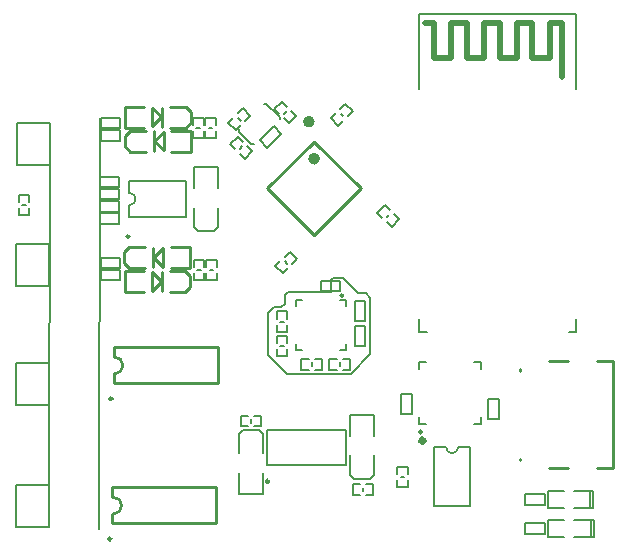
<source format=gto>
G04*
G04 #@! TF.GenerationSoftware,Altium Limited,Altium Designer,18.1.9 (240)*
G04*
G04 Layer_Color=65535*
%FSLAX25Y25*%
%MOIN*%
G70*
G01*
G75*
%ADD10C,0.00984*%
%ADD11C,0.01968*%
%ADD12C,0.02000*%
%ADD13C,0.00800*%
%ADD14C,0.00787*%
%ADD15C,0.01000*%
%ADD16C,0.00600*%
%ADD17C,0.00700*%
D10*
X42150Y-164971D02*
G03*
X42150Y-164971I-492J0D01*
G01*
X15784Y-119457D02*
G03*
X15784Y-119457I-394J0D01*
G01*
X-8823Y-181420D02*
G03*
X-8823Y-181420I-492J0D01*
G01*
X-61008Y-153892D02*
G03*
X-61008Y-153892I-492J0D01*
G01*
X-61408Y-200592D02*
G03*
X-61408Y-200592I-492J0D01*
G01*
D11*
X7184Y-73901D02*
G03*
X7184Y-73901I-984J0D01*
G01*
X42808Y-167900D02*
G03*
X42808Y-167900I-608J0D01*
G01*
D12*
X5416Y-61526D02*
G03*
X5416Y-61526I-984J0D01*
G01*
X88731Y-46700D02*
Y-28700D01*
X84731D02*
X88731D01*
X84731Y-40200D02*
Y-28700D01*
X68231Y-40200D02*
Y-28700D01*
X62731D02*
X68231D01*
X62731Y-40200D02*
Y-28700D01*
X57231Y-40200D02*
X62731D01*
X57231D02*
Y-28700D01*
X51731D02*
X57231D01*
X46231Y-40200D02*
X51731D01*
X46231D02*
Y-28700D01*
X43231D02*
X46231D01*
X51731Y-40200D02*
Y-28700D01*
X78731Y-40200D02*
X84731D01*
X78731D02*
Y-28700D01*
X73731D02*
X78731D01*
X73731Y-40200D02*
Y-28700D01*
X68231Y-40200D02*
X73731D01*
D13*
X50200Y-170057D02*
G03*
X52200Y-172057I2000J0D01*
G01*
Y-172057D02*
G03*
X54200Y-170057I0J2000D01*
G01*
X41231Y-50500D02*
Y-25700D01*
X93531D01*
Y-50500D02*
Y-25700D01*
X41231Y-131800D02*
Y-127400D01*
Y-131800D02*
X43731D01*
X91031D02*
X93531D01*
Y-127400D01*
X98400Y-199974D02*
X99401D01*
X99401Y-194374D01*
X98400D02*
X99401D01*
X93001Y-199974D02*
X98300Y-199974D01*
X98400Y-199974D02*
Y-194574D01*
X93001Y-194374D02*
X98400Y-194374D01*
X84201Y-199974D02*
X89600Y-199974D01*
X84201Y-199974D02*
Y-199774D01*
Y-194374D01*
X84301Y-194374D01*
X89600D01*
X46200Y-170057D02*
X50200Y-170057D01*
X54200D02*
X58200Y-170057D01*
X98300Y-190274D02*
X99300Y-190274D01*
Y-184674D01*
X98300D02*
X99300D01*
X92901Y-190274D02*
X98201D01*
X98300D02*
Y-184874D01*
X92901Y-184674D02*
X98300D01*
X84101Y-190274D02*
X89500D01*
X84101D02*
Y-190074D01*
Y-184674D01*
X84201D01*
X89500D01*
D14*
X-55189Y-89294D02*
G03*
X-55189Y-85306I-157J1994D01*
G01*
X-5276Y-60549D02*
Y-60131D01*
X-10357Y-55607D02*
X-9800D01*
X-18917Y-64875D02*
Y-64168D01*
X-14675Y-69117D02*
X-13968D01*
X-18917Y-64168D02*
X-18778Y-64029D01*
X-9800Y-55607D02*
X-5276Y-60131D01*
X-18917Y-64875D02*
X-14675Y-69117D01*
X-10496Y-55747D02*
X-10357Y-55607D01*
X61933Y-162412D02*
Y-159952D01*
X59473Y-162412D02*
X61933D01*
Y-144007D02*
Y-141546D01*
X59473D02*
X61933D01*
X41067D02*
X43528D01*
X41067Y-144007D02*
Y-141546D01*
Y-162412D02*
Y-159952D01*
Y-162412D02*
X43528D01*
X46200Y-170057D02*
X46200Y-189743D01*
X58200D02*
Y-170057D01*
X46200Y-189743D02*
X58200D01*
X16865Y-176105D02*
Y-164294D01*
X-9512Y-176105D02*
Y-164294D01*
X16865D01*
X-9512Y-176105D02*
X16865D01*
X18177Y-179207D02*
X19477Y-180507D01*
X24877D01*
X18177Y-179207D02*
Y-172707D01*
X24877Y-180507D02*
X26177Y-179207D01*
Y-172707D01*
X18177Y-166207D02*
Y-159207D01*
X26177D01*
Y-166207D02*
Y-159207D01*
X-12224Y-164200D02*
X-10924Y-165500D01*
X-17624Y-164200D02*
X-12224D01*
X-10924Y-172000D02*
Y-165500D01*
X-18924D02*
X-17624Y-164200D01*
X-18924Y-172000D02*
Y-165500D01*
X-10924Y-185500D02*
Y-178500D01*
X-18924Y-185500D02*
X-10924D01*
X-18924D02*
Y-178500D01*
X-33900Y-96800D02*
X-32600Y-98100D01*
X-27200D01*
X-33900Y-96800D02*
Y-90300D01*
X-27200Y-98100D02*
X-25900Y-96800D01*
Y-90300D01*
X-33900Y-83800D02*
Y-76800D01*
X-25900D01*
Y-83800D02*
Y-76800D01*
X-55345Y-93300D02*
X-36345D01*
X-55345D02*
Y-89300D01*
Y-85300D02*
Y-81300D01*
X-36345D01*
Y-93300D02*
Y-81300D01*
D15*
X-55336Y-99800D02*
G03*
X-55336Y-99800I-510J0D01*
G01*
X-60300Y-145600D02*
G03*
X-60393Y-140001I0J2800D01*
G01*
X-60700Y-192300D02*
G03*
X-60793Y-186702I0J2800D01*
G01*
X84636Y-141357D02*
X90706D01*
X100384D02*
X105781D01*
X84611Y-177016D02*
X90731D01*
X74974Y-144266D02*
Y-144117D01*
Y-144610D02*
Y-144266D01*
Y-174483D02*
Y-173989D01*
X105781Y-177016D02*
Y-141357D01*
X100359Y-177016D02*
X105781D01*
X-9356Y-83800D02*
X6200Y-68244D01*
X21756Y-83800D01*
X6200Y-99356D02*
X21756Y-83800D01*
X-9356D02*
X6200Y-99356D01*
X-56800Y-69800D02*
Y-66200D01*
Y-69800D02*
X-55100Y-71500D01*
X-49850D01*
X-55100Y-64500D02*
X-49850D01*
X-56800Y-66200D02*
X-55100Y-64500D01*
X-47160Y-71170D02*
Y-64690D01*
X-34850Y-71500D02*
Y-64500D01*
X-41350D02*
X-34850D01*
X-41350Y-71500D02*
X-34850D01*
X-47160Y-67850D02*
X-43960Y-71050D01*
Y-64880D01*
X-47000Y-67920D02*
X-43960Y-64880D01*
X-34900Y-61800D02*
Y-58200D01*
X-36600Y-56500D02*
X-34900Y-58200D01*
X-41850Y-56500D02*
X-36600D01*
X-41850Y-63500D02*
X-36600D01*
X-34900Y-61800D01*
X-44540Y-63310D02*
Y-56830D01*
X-56850Y-63500D02*
Y-56500D01*
Y-63500D02*
X-50350D01*
X-56850Y-56500D02*
X-50350D01*
X-47740Y-56950D02*
X-44540Y-60150D01*
X-47740Y-63120D02*
Y-56950D01*
Y-63120D02*
X-44700Y-60080D01*
X-57046Y-108600D02*
Y-105000D01*
Y-108600D02*
X-55345Y-110300D01*
X-50095D01*
X-55345Y-103300D02*
X-50095D01*
X-57046Y-105000D02*
X-55345Y-103300D01*
X-47405Y-109970D02*
Y-103490D01*
X-35096Y-110300D02*
Y-103300D01*
X-41596D02*
X-35096D01*
X-41596Y-110300D02*
X-35096D01*
X-47405Y-106650D02*
X-44205Y-109850D01*
Y-103680D01*
X-47245Y-106720D02*
X-44205Y-103680D01*
X-35000Y-116553D02*
Y-112953D01*
X-36700Y-111253D02*
X-35000Y-112953D01*
X-41950Y-111253D02*
X-36700D01*
X-41950Y-118253D02*
X-36700D01*
X-35000Y-116553D01*
X-44640Y-118063D02*
Y-111583D01*
X-56950Y-118253D02*
Y-111253D01*
Y-118253D02*
X-50450D01*
X-56950Y-111253D02*
X-50450D01*
X-47840Y-111703D02*
X-44640Y-114903D01*
X-47840Y-117873D02*
Y-111703D01*
Y-117873D02*
X-44800Y-114833D01*
X-60623Y-140000D02*
Y-136696D01*
Y-148704D02*
Y-145702D01*
X-25977Y-148704D02*
Y-136696D01*
X-60623D02*
X-25977D01*
X-60623Y-148704D02*
X-25977D01*
X-61023Y-186700D02*
Y-183396D01*
Y-195404D02*
Y-192402D01*
X-26377Y-195404D02*
Y-183396D01*
X-61023D02*
X-26377D01*
X-61023Y-195404D02*
X-26377D01*
D16*
X76654Y-198871D02*
Y-195328D01*
X83150Y-198871D02*
Y-195328D01*
X76654Y-195328D02*
X83150Y-195328D01*
X76654Y-198871D02*
X83150Y-198871D01*
X11745Y-118300D02*
Y-114400D01*
X12445Y-113700D01*
X15745D01*
X-3555Y-119400D02*
X-2455Y-118300D01*
X24945Y-139100D02*
Y-120400D01*
X23345Y-118800D02*
X24945Y-120400D01*
X20845Y-118800D02*
X23345D01*
X-2455Y-118300D02*
X-255D01*
X-3555Y-122300D02*
Y-119400D01*
X-4738Y-123483D02*
X-3555Y-122300D01*
X-82191Y-196500D02*
X-81714Y-62000D01*
X-11919Y-67713D02*
X-9414Y-70219D01*
X-7326Y-63120D02*
X-4820Y-65625D01*
X-11919Y-67713D02*
X-7326Y-63120D01*
X-9414Y-70219D02*
X-4820Y-65625D01*
X-3824Y-58924D02*
X-2976Y-58076D01*
X-7019Y-57386D02*
X-4513Y-54881D01*
X219Y-59614D02*
Y-59613D01*
X-2286Y-62119D02*
X219Y-59614D01*
X-3945Y-60460D02*
X-2286Y-62119D01*
X-7019Y-57386D02*
X-5360Y-59045D01*
X-1440Y-57955D02*
X219Y-59614D01*
X-4514Y-54881D02*
X-2855Y-56540D01*
X-58833Y-91572D02*
Y-88029D01*
X-65329Y-91572D02*
Y-88029D01*
Y-91572D02*
X-58833D01*
X-65329Y-88029D02*
X-58833D01*
X-65329Y-87472D02*
Y-83928D01*
X-58833Y-87472D02*
Y-83928D01*
X-65329D02*
X-58833D01*
X-65329Y-87472D02*
X-58833D01*
X-65329Y-83372D02*
Y-79828D01*
X-58833Y-83372D02*
Y-79828D01*
X-65329D02*
X-58833D01*
X-65329Y-83372D02*
X-58833D01*
Y-95672D02*
Y-92128D01*
X-65329Y-95672D02*
Y-92128D01*
Y-95672D02*
X-58833D01*
X-65329Y-92128D02*
X-58833D01*
X-58433Y-67872D02*
Y-64328D01*
X-64929Y-67872D02*
Y-64328D01*
Y-67872D02*
X-58433D01*
X-64929Y-64328D02*
X-58433D01*
X-64929Y-110371D02*
Y-106828D01*
X-58433Y-110371D02*
Y-106828D01*
X-64929D02*
X-58433D01*
X-64929Y-110371D02*
X-58433D01*
X-64929Y-63772D02*
Y-60228D01*
X-58433Y-63772D02*
Y-60228D01*
X-64929D02*
X-58433D01*
X-64929Y-63772D02*
X-58433D01*
Y-114412D02*
Y-110869D01*
X-64929Y-114412D02*
Y-110869D01*
Y-114412D02*
X-58433D01*
X-64929Y-110869D02*
X-58433D01*
X35329Y-152454D02*
X38872D01*
X35329Y-158950D02*
X38872D01*
X38872Y-152454D01*
X35329Y-158950D02*
Y-152454D01*
X76554Y-189271D02*
Y-185728D01*
X83050Y-189271D02*
Y-185728D01*
X76554D02*
X83050D01*
X76554Y-189271D02*
X83050D01*
X64328Y-154125D02*
X67872D01*
X64328Y-160621D02*
X67872D01*
Y-154125D01*
X64328Y-160621D02*
Y-154125D01*
X19773Y-127829D02*
X23316D01*
X19773Y-121333D02*
X23316D01*
X19773Y-127829D02*
Y-121333D01*
X23316Y-127829D02*
Y-121333D01*
X19773Y-129737D02*
X23317D01*
X19773Y-136233D02*
X23317D01*
Y-129737D01*
X19773Y-136233D02*
Y-129737D01*
X-33000Y-63650D02*
X-31800D01*
X-34171Y-60304D02*
X-30628D01*
X-30629Y-66997D02*
X-30628Y-66996D01*
X-34171Y-66997D02*
X-30629D01*
X-34171D02*
Y-64650D01*
Y-62650D02*
Y-60304D01*
X-30629Y-66997D02*
Y-64650D01*
Y-62650D02*
Y-60304D01*
X-32800Y-110940D02*
X-31600D01*
X-33972Y-114286D02*
X-30429D01*
X-33972Y-107595D02*
X-33971Y-107594D01*
X-30429D01*
Y-109940D02*
Y-107594D01*
Y-114286D02*
Y-111940D01*
X-33971Y-109940D02*
Y-107594D01*
Y-114286D02*
Y-111940D01*
X-14800Y-161900D02*
Y-160700D01*
X-18146Y-163071D02*
Y-159528D01*
X-11455D02*
X-11454Y-159529D01*
Y-163071D02*
Y-159529D01*
X-13800Y-163071D02*
X-11454D01*
X-18146D02*
X-15800D01*
X-13800Y-159529D02*
X-11454D01*
X-18146D02*
X-15800D01*
X22400Y-184700D02*
Y-183500D01*
X19054Y-185871D02*
Y-182328D01*
X25745D02*
X25746Y-182329D01*
Y-185871D02*
Y-182329D01*
X23400Y-185871D02*
X25746D01*
X19054D02*
X21400D01*
X23400Y-182329D02*
X25746D01*
X19054D02*
X21400D01*
X-28900Y-63700D02*
X-27700D01*
X-30072Y-67046D02*
X-26529D01*
X-30072Y-60355D02*
X-30071Y-60354D01*
X-26529D01*
Y-62700D02*
Y-60354D01*
Y-67046D02*
Y-64700D01*
X-30071Y-62700D02*
Y-60354D01*
Y-67046D02*
Y-64700D01*
X-28600Y-110940D02*
X-27400D01*
X-29772Y-114286D02*
X-26229D01*
X-29772Y-107595D02*
X-29771Y-107594D01*
X-26229D01*
Y-109940D02*
Y-107594D01*
Y-114286D02*
Y-111940D01*
X-29771Y-109940D02*
Y-107594D01*
Y-114286D02*
Y-111940D01*
X5345Y-143000D02*
Y-141800D01*
X1999Y-144171D02*
Y-140628D01*
X8690D02*
X8691Y-140629D01*
Y-144171D02*
Y-140629D01*
X6345Y-144171D02*
X8691D01*
X1999D02*
X4345D01*
X6345Y-140629D02*
X8691D01*
X1999D02*
X4345D01*
X-91100Y-89400D02*
X-89900D01*
X-92271Y-86054D02*
X-88728D01*
X-88729Y-92746D02*
X-88728Y-92746D01*
X-92271Y-92746D02*
X-88729D01*
X-92271D02*
Y-90400D01*
Y-88400D02*
Y-86054D01*
X-88729Y-92746D02*
Y-90400D01*
Y-88400D02*
Y-86054D01*
X-5155Y-136383D02*
X-3955D01*
X-6327Y-133037D02*
X-2783D01*
X-2784Y-139729D02*
X-2783Y-139728D01*
X-6327Y-139729D02*
X-2784D01*
X-6327D02*
Y-137383D01*
Y-135383D02*
Y-133037D01*
X-2784Y-139729D02*
Y-137383D01*
Y-135383D02*
Y-133037D01*
X-3524Y-108076D02*
X-2676Y-108924D01*
X-1986Y-104881D02*
X519Y-107387D01*
X-4214Y-112119D02*
X-4213D01*
X-6719Y-109614D02*
X-4214Y-112119D01*
X-6719Y-109614D02*
X-5060Y-107955D01*
X-3645Y-106540D02*
X-1986Y-104881D01*
X-4214Y-112119D02*
X-2555Y-110460D01*
X-1140Y-109045D02*
X519Y-107386D01*
X30476Y-93424D02*
X31324Y-92576D01*
X27281Y-91886D02*
X29787Y-89381D01*
X34519Y-94114D02*
Y-94113D01*
X32014Y-96619D02*
X34519Y-94114D01*
X30355Y-94960D02*
X32014Y-96619D01*
X27281Y-91886D02*
X28940Y-93545D01*
X32860Y-92455D02*
X34519Y-94114D01*
X29786Y-89381D02*
X31445Y-91040D01*
X-18524Y-70624D02*
X-17676Y-69776D01*
X-16987Y-73819D02*
X-14481Y-71314D01*
X-21719Y-69087D02*
Y-69086D01*
X-19214Y-66581D01*
X-17555Y-68240D01*
X-16140Y-69655D02*
X-14481Y-71314D01*
X-21719Y-69086D02*
X-20060Y-70745D01*
X-18645Y-72160D02*
X-16986Y-73819D01*
X15023Y-58829D02*
X15871Y-59677D01*
X11828Y-60366D02*
X14334Y-62871D01*
X16560Y-55634D02*
X16561D01*
X19066Y-58139D01*
X17407Y-59798D02*
X19066Y-58139D01*
X14334Y-62871D02*
X15993Y-61212D01*
X14902Y-57293D02*
X16561Y-55634D01*
X11829Y-60366D02*
X13488Y-58707D01*
X-19177Y-60329D02*
X-18328Y-61177D01*
X-22372Y-61866D02*
X-19866Y-64371D01*
X-17640Y-57134D02*
X-17639D01*
X-15134Y-59639D01*
X-16793Y-61298D02*
X-15134Y-59639D01*
X-19866Y-64371D02*
X-18207Y-62712D01*
X-19298Y-58793D02*
X-17639Y-57134D01*
X-22371Y-61866D02*
X-20712Y-60207D01*
X-5155Y-128155D02*
X-3955D01*
X-6327Y-131501D02*
X-2784D01*
X-6327Y-124809D02*
X-6327Y-124809D01*
X-2784D01*
Y-127155D02*
Y-124809D01*
Y-131501D02*
Y-129155D01*
X-6327Y-127155D02*
Y-124809D01*
Y-131501D02*
Y-129155D01*
X14673Y-142983D02*
Y-141783D01*
X18020Y-144155D02*
Y-140611D01*
X11327Y-144154D02*
X11328Y-144155D01*
X11327Y-144154D02*
Y-140611D01*
X13673D01*
X15673D02*
X18020D01*
X11327Y-144154D02*
X13673D01*
X15673D02*
X18020D01*
X-82000Y-116200D02*
Y-102200D01*
X-93000D02*
X-82000D01*
X-93000Y-116200D02*
Y-102200D01*
Y-116200D02*
X-82000D01*
X-92800Y-76000D02*
Y-62000D01*
Y-76000D02*
X-81800D01*
Y-62000D01*
X-92800D02*
X-81800D01*
X-82200Y-196500D02*
Y-182500D01*
X-93200D02*
X-82200D01*
X-93200Y-196500D02*
Y-182500D01*
Y-196500D02*
X-82200D01*
X35100Y-180000D02*
X36300D01*
X33928Y-183346D02*
X37471D01*
X33928Y-176655D02*
X33929Y-176654D01*
X37471D01*
X37471Y-179000D01*
X37471Y-183346D02*
X37471Y-181000D01*
X33929Y-179000D02*
X33929Y-176654D01*
X33929Y-181000D02*
X33929Y-183346D01*
X-9155Y-139300D02*
X-2755Y-145700D01*
X18345D01*
X24945Y-139100D01*
X15745Y-113700D02*
X20845Y-118800D01*
X-255Y-118300D02*
X11745D01*
X-7155Y-123483D02*
X-4738D01*
X-9155Y-125483D02*
X-7155Y-123483D01*
X-9155Y-127455D02*
Y-125483D01*
Y-139300D02*
Y-127455D01*
X14996Y-118055D02*
Y-114511D01*
X8500Y-118055D02*
Y-114511D01*
Y-118055D02*
X14996D01*
X8500Y-114511D02*
X14996D01*
X-65600Y-197300D02*
X-65114Y-60228D01*
X-82200Y-156000D02*
Y-142000D01*
X-93200D02*
X-82200D01*
X-93200Y-156000D02*
Y-142000D01*
Y-156000D02*
X-82200D01*
D17*
X16791Y-137591D02*
Y-135599D01*
X14799Y-137591D02*
X16791D01*
X209D02*
X2201D01*
X209D02*
Y-135599D01*
Y-123001D02*
Y-121009D01*
X2201D01*
X16791Y-123001D02*
Y-121009D01*
X14799D02*
X16791D01*
M02*

</source>
